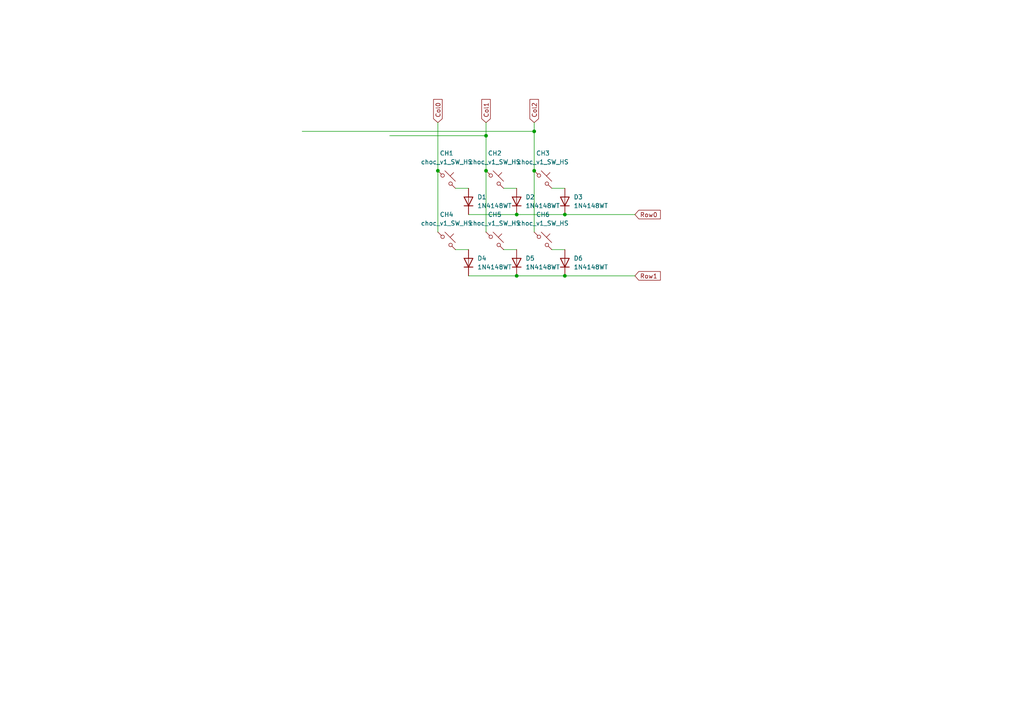
<source format=kicad_sch>
(kicad_sch (version 20250114) (generator "eeschema") (generator_version "9.0")
  (paper "A4")
  (lib_symbols
    (symbol "Diode:1N4148WT" (pin_numbers (hide yes)) (pin_names (hide yes))
      (property "Reference" "D" (at 0 2.54 0))
      (property "Value" "1N4148WT" (at 0 -2.54 0))
      (symbol "1N4148WT_0_1"
        (polyline (pts (xy -1.27 1.27) (xy -1.27 -1.27)) (stroke (width 0.254)))
        (polyline (pts (xy 1.27 1.27) (xy 1.27 -1.27) (xy -1.27 0) (xy 1.27 1.27)) (stroke (width 0.254)))
        (polyline (pts (xy 1.27 0) (xy -1.27 0)))
      )
      (symbol "1N4148WT_1_1"
        (pin passive line (at -3.81 0 0) (length 2.54) (name "K") (number "1"))
        (pin passive line (at 3.81 0 180) (length 2.54) (name "A") (number "2"))
      )
    )
    (symbol "PCM_marbastlib-choc:choc_v1_SW_HS_CPG135001S30" (pin_numbers (hide yes)) (pin_names (offset 1.016) (hide yes))
      (property "Reference" "CH" (at 3.048 1.016 0))
      (property "Value" "choc_v1_SW_HS" (at 0 -3.81 0))
      (symbol "choc_v1_SW_HS_CPG135001S30_0_1"
        (polyline (pts (xy -2.54 2.54) (xy -1.524 1.524) (xy -1.524 1.524)))
        (circle (center -1.1684 1.1684) (radius 0.508))
        (polyline (pts (xy -0.508 2.54) (xy 2.54 -0.508)))
        (polyline (pts (xy 1.016 1.016) (xy 2.032 2.032)))
        (circle (center 1.143 -1.1938) (radius 0.508))
        (polyline (pts (xy 1.524 -1.524) (xy 2.54 -2.54) (xy 2.54 -2.54) (xy 2.54 -2.54)))
        (pin passive line (at -2.54 2.54 0) (length 0) (name "1") (number "1"))
        (pin passive line (at 2.54 -2.54 180) (length 0) (name "2") (number "2"))
      )
    )
  )
  (junction (at 140.97 49.53))
  (junction (at 163.83 62.23))
  (junction (at 154.94 49.53))
  (junction (at 127 49.53))
  (junction (at 140.97 39.37))
  (junction (at 149.86 62.23))
  (junction (at 154.94 38.1))
  (junction (at 163.83 80.01))
  (junction (at 149.86 80.01))
  (wire (pts (xy 132.08 72.39) (xy 135.89 72.39)))
  (wire (pts (xy 135.89 62.23) (xy 149.86 62.23)))
  (wire (pts (xy 149.86 80.01) (xy 163.83 80.01)))
  (wire (pts (xy 127 35.56) (xy 127 49.53)))
  (wire (pts (xy 163.83 80.01) (xy 184.15 80.01)))
  (wire (pts (xy 160.02 54.61) (xy 163.83 54.61)))
  (wire (pts (xy 154.94 49.53) (xy 154.94 67.31)))
  (wire (pts (xy 140.97 49.53) (xy 140.97 67.31)))
  (wire (pts (xy 140.97 35.56) (xy 140.97 39.37)))
  (wire (pts (xy 140.97 39.37) (xy 140.97 49.53)))
  (wire (pts (xy 127 49.53) (xy 127 67.31)))
  (wire (pts (xy 154.94 35.56) (xy 154.94 38.1)))
  (wire (pts (xy 154.94 38.1) (xy 154.94 49.53)))
  (wire (pts (xy 135.89 80.01) (xy 149.86 80.01)))
  (wire (pts (xy 146.05 54.61) (xy 149.86 54.61)))
  (wire (pts (xy 149.86 62.23) (xy 163.83 62.23)))
  (wire (pts (xy 132.08 54.61) (xy 135.89 54.61)))
  (wire (pts (xy 154.94 38.1) (xy 87.63 38.1)))
  (wire (pts (xy 113.03 39.37) (xy 140.97 39.37)))
  (wire (pts (xy 146.05 72.39) (xy 149.86 72.39)))
  (wire (pts (xy 160.02 72.39) (xy 163.83 72.39)))
  (wire (pts (xy 163.83 62.23) (xy 184.15 62.23)))
  (global_label "Row0" (shape input) (at 184.15 62.23 0) (property "Intersheetrefs" "${INTERSHEET_REFS}" (effects (hide yes))))
  (global_label "Row1" (shape input) (at 184.15 80.01 0) (property "Intersheetrefs" "${INTERSHEET_REFS}" (effects (hide yes))))
  (global_label "Col2" (shape input) (at 154.94 35.56 90) (property "Intersheetrefs" "${INTERSHEET_REFS}" (effects (hide yes))))
  (global_label "Col0" (shape input) (at 127 35.56 90) (property "Intersheetrefs" "${INTERSHEET_REFS}" (effects (hide yes))))
  (global_label "Col1" (shape input) (at 140.97 35.56 90) (property "Intersheetrefs" "${INTERSHEET_REFS}" (effects (hide yes))))
  (symbol (lib_id "PCM_marbastlib-choc:choc_v1_SW_HS_CPG135001S30") (at 157.48 69.85 0) (unit 1)
    (property "Reference" "CH6" (at 157.48 62.23 0))
    (property "Value" "choc_v1_SW_HS" (at 157.48 64.77 0))
    (property "Footprint" "PCM_marbastlib-choc:SW_choc_v1_HS_CPG135001S30_1u" (effects (hide yes)))
    (property "Description" "Push button switch, normally open, two pins, 45° tilted" (effects (hide yes)))
  )
  (symbol (lib_id "Diode:1N4148WT") (at 135.89 76.2 90) (unit 1)
    (property "Reference" "D4" (at 138.43 74.9299 90) (effects (justify right)))
    (property "Value" "1N4148WT" (at 138.43 77.4699 90) (effects (justify right)))
    (property "Footprint" "Diode_SMD:D_SOD-523" (effects (hide yes)))
    (property "Datasheet" "https://www.diodes.com/assets/Datasheets/ds30396.pdf" (effects (hide yes)))
    (property "Description" "75V 0.15A Fast switching Diode, SOD-523" (effects (hide yes)))
    (property "Sim.Device" "D" (effects (hide yes)))
    (property "Sim.Pins" "1=K 2=A" (effects (hide yes)))
  )
  (symbol (lib_id "PCM_marbastlib-choc:choc_v1_SW_HS_CPG135001S30") (at 157.48 52.07 0) (unit 1)
    (property "Reference" "CH3" (at 157.48 44.45 0))
    (property "Value" "choc_v1_SW_HS" (at 157.48 46.99 0))
    (property "Footprint" "PCM_marbastlib-choc:SW_choc_v1_HS_CPG135001S30_1u" (effects (hide yes)))
    (property "Description" "Push button switch, normally open, two pins, 45° tilted" (effects (hide yes)))
  )
  (symbol (lib_id "PCM_marbastlib-choc:choc_v1_SW_HS_CPG135001S30") (at 143.51 52.07 0) (unit 1)
    (property "Reference" "CH2" (at 143.51 44.45 0))
    (property "Value" "choc_v1_SW_HS" (at 143.51 46.99 0))
    (property "Footprint" "PCM_marbastlib-choc:SW_choc_v1_HS_CPG135001S30_1u" (effects (hide yes)))
    (property "Description" "Push button switch, normally open, two pins, 45° tilted" (effects (hide yes)))
  )
  (symbol (lib_id "Diode:1N4148WT") (at 149.86 76.2 90) (unit 1)
    (property "Reference" "D5" (at 152.4 74.9299 90) (effects (justify right)))
    (property "Value" "1N4148WT" (at 152.4 77.4699 90) (effects (justify right)))
    (property "Footprint" "Diode_SMD:D_SOD-523" (effects (hide yes)))
    (property "Datasheet" "https://www.diodes.com/assets/Datasheets/ds30396.pdf" (effects (hide yes)))
    (property "Description" "75V 0.15A Fast switching Diode, SOD-523" (effects (hide yes)))
    (property "Sim.Device" "D" (effects (hide yes)))
    (property "Sim.Pins" "1=K 2=A" (effects (hide yes)))
  )
  (symbol (lib_id "Diode:1N4148WT") (at 163.83 58.42 90) (unit 1)
    (property "Reference" "D3" (at 166.37 57.1499 90) (effects (justify right)))
    (property "Value" "1N4148WT" (at 166.37 59.6899 90) (effects (justify right)))
    (property "Footprint" "Diode_SMD:D_SOD-523" (effects (hide yes)))
    (property "Datasheet" "https://www.diodes.com/assets/Datasheets/ds30396.pdf" (effects (hide yes)))
    (property "Description" "75V 0.15A Fast switching Diode, SOD-523" (effects (hide yes)))
    (property "Sim.Device" "D" (effects (hide yes)))
    (property "Sim.Pins" "1=K 2=A" (effects (hide yes)))
  )
  (symbol (lib_id "Diode:1N4148WT") (at 149.86 58.42 90) (unit 1)
    (property "Reference" "D2" (at 152.4 57.1499 90) (effects (justify right)))
    (property "Value" "1N4148WT" (at 152.4 59.6899 90) (effects (justify right)))
    (property "Footprint" "Diode_SMD:D_SOD-523" (effects (hide yes)))
    (property "Datasheet" "https://www.diodes.com/assets/Datasheets/ds30396.pdf" (effects (hide yes)))
    (property "Description" "75V 0.15A Fast switching Diode, SOD-523" (effects (hide yes)))
    (property "Sim.Device" "D" (effects (hide yes)))
    (property "Sim.Pins" "1=K 2=A" (effects (hide yes)))
  )
  (symbol (lib_id "PCM_marbastlib-choc:choc_v1_SW_HS_CPG135001S30") (at 129.54 52.07 0) (unit 1)
    (property "Reference" "CH1" (at 129.54 44.45 0))
    (property "Value" "choc_v1_SW_HS" (at 129.54 46.99 0))
    (property "Footprint" "key-switches:SW_MX_Kailh_Choc_V1V2_HotSwap_Hybrid_double" (effects (hide yes)))
    (property "Description" "Push button switch, normally open, two pins, 45° tilted" (effects (hide yes)))
  )
  (symbol (lib_id "Diode:1N4148WT") (at 135.89 58.42 90) (unit 1)
    (property "Reference" "D1" (at 138.43 57.1499 90) (effects (justify right)))
    (property "Value" "1N4148WT" (at 138.43 59.6899 90) (effects (justify right)))
    (property "Footprint" "Diode_SMD:D_SOD-523" (effects (hide yes)))
    (property "Datasheet" "https://www.diodes.com/assets/Datasheets/ds30396.pdf" (effects (hide yes)))
    (property "Description" "75V 0.15A Fast switching Diode, SOD-523" (effects (hide yes)))
    (property "Sim.Device" "D" (effects (hide yes)))
    (property "Sim.Pins" "1=K 2=A" (effects (hide yes)))
  )
  (symbol (lib_id "Diode:1N4148WT") (at 163.83 76.2 90) (unit 1)
    (property "Reference" "D6" (at 166.37 74.9299 90) (effects (justify right)))
    (property "Value" "1N4148WT" (at 166.37 77.4699 90) (effects (justify right)))
    (property "Footprint" "Diode_SMD:D_SOD-523" (effects (hide yes)))
    (property "Datasheet" "https://www.diodes.com/assets/Datasheets/ds30396.pdf" (effects (hide yes)))
    (property "Description" "75V 0.15A Fast switching Diode, SOD-523" (effects (hide yes)))
    (property "Sim.Device" "D" (effects (hide yes)))
    (property "Sim.Pins" "1=K 2=A" (effects (hide yes)))
  )
  (symbol (lib_id "PCM_marbastlib-choc:choc_v1_SW_HS_CPG135001S30") (at 143.51 69.85 0) (unit 1)
    (property "Reference" "CH5" (at 143.51 62.23 0))
    (property "Value" "choc_v1_SW_HS" (at 143.51 64.77 0))
    (property "Footprint" "PCM_marbastlib-choc:SW_choc_v1_HS_CPG135001S30_1u" (effects (hide yes)))
    (property "Description" "Push button switch, normally open, two pins, 45° tilted" (effects (hide yes)))
  )
  (symbol (lib_id "PCM_marbastlib-choc:choc_v1_SW_HS_CPG135001S30") (at 129.54 69.85 0) (unit 1)
    (property "Reference" "CH4" (at 129.54 62.23 0))
    (property "Value" "choc_v1_SW_HS" (at 129.54 64.77 0))
    (property "Footprint" "PCM_marbastlib-choc:SW_choc_v1_HS_CPG135001S30_1u" (effects (hide yes)))
    (property "Description" "Push button switch, normally open, two pins, 45° tilted" (effects (hide yes)))
  )
)
</source>
